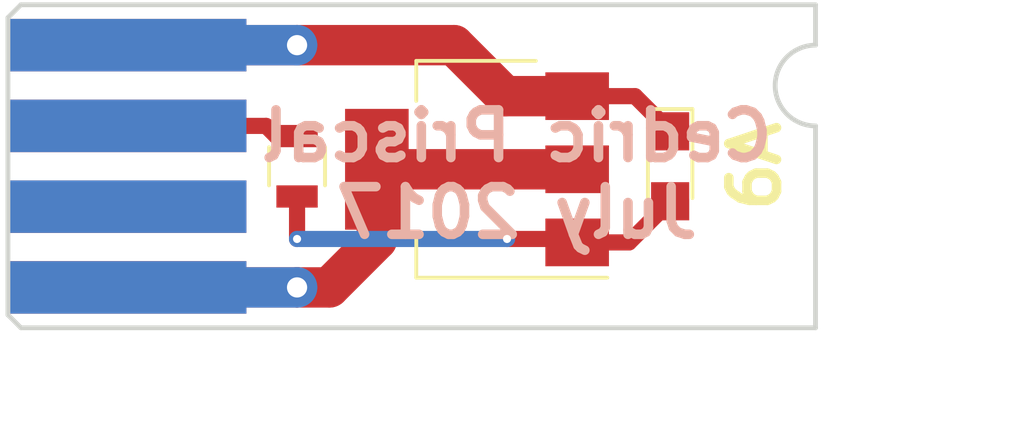
<source format=kicad_pcb>
(kicad_pcb (version 4) (host pcbnew 4.0.6-e0-6349~53~ubuntu16.04.1)

  (general
    (links 9)
    (no_connects 0)
    (area 126.924999 93.904999 152.475001 104.215001)
    (thickness 1.6)
    (drawings 12)
    (tracks 26)
    (zones 0)
    (modules 4)
    (nets 8)
  )

  (page A4)
  (layers
    (0 F.Cu signal)
    (31 B.Cu signal)
    (32 B.Adhes user)
    (33 F.Adhes user)
    (34 B.Paste user)
    (35 F.Paste user)
    (36 B.SilkS user)
    (37 F.SilkS user)
    (38 B.Mask user)
    (39 F.Mask user)
    (40 Dwgs.User user)
    (41 Cmts.User user)
    (42 Eco1.User user)
    (43 Eco2.User user)
    (44 Edge.Cuts user)
    (45 Margin user)
    (46 B.CrtYd user)
    (47 F.CrtYd user)
    (48 B.Fab user)
    (49 F.Fab user hide)
  )

  (setup
    (last_trace_width 0.508)
    (trace_clearance 0.254)
    (zone_clearance 0.508)
    (zone_45_only no)
    (trace_min 0.1524)
    (segment_width 0.2)
    (edge_width 0.15)
    (via_size 0.508)
    (via_drill 0.254)
    (via_min_size 0.508)
    (via_min_drill 0.254)
    (uvia_size 0.3)
    (uvia_drill 0.1)
    (uvias_allowed no)
    (uvia_min_size 0)
    (uvia_min_drill 0)
    (pcb_text_width 0.3)
    (pcb_text_size 1.5 1.5)
    (mod_edge_width 0.15)
    (mod_text_size 1 1)
    (mod_text_width 0.15)
    (pad_size 1.524 1.524)
    (pad_drill 0.762)
    (pad_to_mask_clearance 0.2)
    (aux_axis_origin 0 0)
    (visible_elements FFFFFF7F)
    (pcbplotparams
      (layerselection 0x00030_80000001)
      (usegerberextensions false)
      (excludeedgelayer true)
      (linewidth 0.100000)
      (plotframeref false)
      (viasonmask false)
      (mode 1)
      (useauxorigin false)
      (hpglpennumber 1)
      (hpglpenspeed 20)
      (hpglpendiameter 15)
      (hpglpenoverlay 2)
      (psnegative false)
      (psa4output false)
      (plotreference true)
      (plotvalue true)
      (plotinvisibletext false)
      (padsonsilk false)
      (subtractmaskfromsilk false)
      (outputformat 1)
      (mirror false)
      (drillshape 1)
      (scaleselection 1)
      (outputdirectory ""))
  )

  (net 0 "")
  (net 1 "Net-(D1-Pad2)")
  (net 2 GND)
  (net 3 "Net-(J1-Pad3)")
  (net 4 "Net-(J1-Pad4)")
  (net 5 "Net-(J1-Pad5)")
  (net 6 "Net-(J1-Pad6)")
  (net 7 "Net-(J1-Pad7)")

  (net_class Default "This is the default net class."
    (clearance 0.254)
    (trace_width 0.508)
    (via_dia 0.508)
    (via_drill 0.254)
    (uvia_dia 0.3)
    (uvia_drill 0.1)
    (add_net GND)
    (add_net "Net-(D1-Pad2)")
    (add_net "Net-(J1-Pad3)")
    (add_net "Net-(J1-Pad4)")
    (add_net "Net-(J1-Pad5)")
    (add_net "Net-(J1-Pad6)")
    (add_net "Net-(J1-Pad7)")
  )

  (module Resistors_SMD:R_0805 (layer F.Cu) (tedit 595AEA5C) (tstamp 595ADE97)
    (at 136.0932 99.06 90)
    (descr "Resistor SMD 0805, reflow soldering, Vishay (see dcrcw.pdf)")
    (tags "resistor 0805")
    (path /595AE1EE)
    (attr smd)
    (fp_text reference R1 (at 0 -1.65 90) (layer F.SilkS) hide
      (effects (font (size 1 1) (thickness 0.15)))
    )
    (fp_text value 150 (at 0 1.75 90) (layer F.Fab)
      (effects (font (size 1 1) (thickness 0.15)))
    )
    (fp_text user %R (at 0 0 90) (layer F.Fab)
      (effects (font (size 0.5 0.5) (thickness 0.075)))
    )
    (fp_line (start -1 0.62) (end -1 -0.62) (layer F.Fab) (width 0.1))
    (fp_line (start 1 0.62) (end -1 0.62) (layer F.Fab) (width 0.1))
    (fp_line (start 1 -0.62) (end 1 0.62) (layer F.Fab) (width 0.1))
    (fp_line (start -1 -0.62) (end 1 -0.62) (layer F.Fab) (width 0.1))
    (fp_line (start 0.6 0.88) (end -0.6 0.88) (layer F.SilkS) (width 0.12))
    (fp_line (start -0.6 -0.88) (end 0.6 -0.88) (layer F.SilkS) (width 0.12))
    (fp_line (start -1.55 -0.9) (end 1.55 -0.9) (layer F.CrtYd) (width 0.05))
    (fp_line (start -1.55 -0.9) (end -1.55 0.9) (layer F.CrtYd) (width 0.05))
    (fp_line (start 1.55 0.9) (end 1.55 -0.9) (layer F.CrtYd) (width 0.05))
    (fp_line (start 1.55 0.9) (end -1.55 0.9) (layer F.CrtYd) (width 0.05))
    (pad 1 smd rect (at -0.95 0 90) (size 0.7 1.3) (layers F.Cu F.Paste F.Mask)
      (net 1 "Net-(D1-Pad2)"))
    (pad 2 smd rect (at 0.95 0 90) (size 0.7 1.3) (layers F.Cu F.Paste F.Mask)
      (net 3 "Net-(J1-Pad3)"))
    (model ${KISYS3DMOD}/Resistors_SMD.3dshapes/R_0805.wrl
      (at (xyz 0 0 0))
      (scale (xyz 1 1 1))
      (rotate (xyz 0 0 0))
    )
  )

  (module TO_SOT_Packages_SMD:SOT-223 (layer F.Cu) (tedit 595AEA59) (tstamp 595ADE91)
    (at 141.752898 99.154448 180)
    (descr "module CMS SOT223 4 pins")
    (tags "CMS SOT")
    (path /595AE1D6)
    (attr smd)
    (fp_text reference Q1 (at 0 -4.5 180) (layer F.SilkS) hide
      (effects (font (size 1 1) (thickness 0.15)))
    )
    (fp_text value Q_NMOS_GDSD (at 0 4.5 180) (layer F.Fab)
      (effects (font (size 1 1) (thickness 0.15)))
    )
    (fp_text user %R (at 0 0 180) (layer F.Fab)
      (effects (font (size 0.8 0.8) (thickness 0.12)))
    )
    (fp_line (start -1.85 -2.3) (end -0.8 -3.35) (layer F.Fab) (width 0.1))
    (fp_line (start 1.91 3.41) (end 1.91 2.15) (layer F.SilkS) (width 0.12))
    (fp_line (start 1.91 -3.41) (end 1.91 -2.15) (layer F.SilkS) (width 0.12))
    (fp_line (start 4.4 -3.6) (end -4.4 -3.6) (layer F.CrtYd) (width 0.05))
    (fp_line (start 4.4 3.6) (end 4.4 -3.6) (layer F.CrtYd) (width 0.05))
    (fp_line (start -4.4 3.6) (end 4.4 3.6) (layer F.CrtYd) (width 0.05))
    (fp_line (start -4.4 -3.6) (end -4.4 3.6) (layer F.CrtYd) (width 0.05))
    (fp_line (start -1.85 -2.3) (end -1.85 3.35) (layer F.Fab) (width 0.1))
    (fp_line (start -1.85 3.41) (end 1.91 3.41) (layer F.SilkS) (width 0.12))
    (fp_line (start -0.8 -3.35) (end 1.85 -3.35) (layer F.Fab) (width 0.1))
    (fp_line (start -4.1 -3.41) (end 1.91 -3.41) (layer F.SilkS) (width 0.12))
    (fp_line (start -1.85 3.35) (end 1.85 3.35) (layer F.Fab) (width 0.1))
    (fp_line (start 1.85 -3.35) (end 1.85 3.35) (layer F.Fab) (width 0.1))
    (pad 4 smd rect (at 3.15 0 180) (size 2 3.8) (layers F.Cu F.Paste F.Mask)
      (net 7 "Net-(J1-Pad7)"))
    (pad 2 smd rect (at -3.15 0 180) (size 2 1.5) (layers F.Cu F.Paste F.Mask)
      (net 7 "Net-(J1-Pad7)"))
    (pad 3 smd rect (at -3.15 2.3 180) (size 2 1.5) (layers F.Cu F.Paste F.Mask)
      (net 2 GND))
    (pad 1 smd rect (at -3.15 -2.3 180) (size 2 1.5) (layers F.Cu F.Paste F.Mask)
      (net 1 "Net-(D1-Pad2)"))
    (model ${KISYS3DMOD}/TO_SOT_Packages_SMD.3dshapes/SOT-223.wrl
      (at (xyz 0 0 0))
      (scale (xyz 1 1 1))
      (rotate (xyz 0 0 0))
    )
  )

  (module edge-pcb:edge-pcb (layer F.Cu) (tedit 595AEA34) (tstamp 595ADE89)
    (at 127 99.06 270)
    (path /595AE28D)
    (fp_text reference J1 (at 0 1.27 270) (layer F.SilkS) hide
      (effects (font (size 1 1) (thickness 0.15)))
    )
    (fp_text value edge-pcb (at 0 2.54 270) (layer F.Fab) hide
      (effects (font (size 1 1) (thickness 0.15)))
    )
    (fp_line (start 5.08 -25.4) (end -1.27 -25.4) (layer F.Fab) (width 0.05))
    (fp_arc (start -2.54 -25.4) (end -1.27 -25.4) (angle 180) (layer F.Fab) (width 0.05))
    (fp_line (start -5.08 -25.4) (end -3.81 -25.4) (layer F.Fab) (width 0.05))
    (fp_line (start 4.6736 0) (end -4.6736 0) (layer F.Fab) (width 0.05))
    (fp_line (start 5.08 -25.4) (end 5.08 -0.4064) (layer F.Fab) (width 0.05))
    (fp_line (start 4.6736 0) (end 5.08 -0.4064) (layer F.Fab) (width 0.05))
    (fp_line (start -4.6736 0) (end -5.08 -0.4064) (layer F.Fab) (width 0.05))
    (fp_line (start -5.08 -25.4) (end -5.08 -0.4064) (layer F.Fab) (width 0.05))
    (pad 1 smd rect (at -3.81 -3.75 270) (size 1.65 7.5) (layers F.Cu F.Paste F.Mask)
      (net 2 GND))
    (pad 2 smd rect (at -3.81 -3.75 270) (size 1.65 7.5) (layers B.Cu B.Paste B.Mask)
      (net 2 GND))
    (pad 3 smd rect (at -1.27 -3.75 270) (size 1.65 7.5) (layers F.Cu F.Paste F.Mask)
      (net 3 "Net-(J1-Pad3)"))
    (pad 4 smd rect (at -1.27 -3.75 270) (size 1.65 7.5) (layers B.Cu B.Paste B.Mask)
      (net 4 "Net-(J1-Pad4)"))
    (pad 5 smd rect (at 1.27 -3.75 270) (size 1.65 7.5) (layers F.Cu F.Paste F.Mask)
      (net 5 "Net-(J1-Pad5)"))
    (pad 6 smd rect (at 1.27 -3.75 270) (size 1.65 7.5) (layers B.Cu B.Paste B.Mask)
      (net 6 "Net-(J1-Pad6)"))
    (pad 7 smd rect (at 3.81 -3.75 270) (size 1.65 7.5) (layers F.Cu F.Paste F.Mask)
      (net 7 "Net-(J1-Pad7)"))
    (pad 8 smd rect (at 3.81 -3.75 270) (size 1.65 7.5) (layers B.Cu B.Paste B.Mask)
      (net 7 "Net-(J1-Pad7)"))
  )

  (module LEDs:LED_0805 (layer F.Cu) (tedit 595AEA57) (tstamp 595ADE7D)
    (at 147.828 99.06 270)
    (descr "LED 0805 smd package")
    (tags "LED led 0805 SMD smd SMT smt smdled SMDLED smtled SMTLED")
    (path /595AE1E5)
    (attr smd)
    (fp_text reference D1 (at 0 -1.45 270) (layer F.SilkS) hide
      (effects (font (size 1 1) (thickness 0.15)))
    )
    (fp_text value LITEON-LTST-C170KGKT (at 0 1.55 270) (layer F.Fab)
      (effects (font (size 1 1) (thickness 0.15)))
    )
    (fp_line (start -1.8 -0.7) (end -1.8 0.7) (layer F.SilkS) (width 0.12))
    (fp_line (start -0.4 -0.4) (end -0.4 0.4) (layer F.Fab) (width 0.1))
    (fp_line (start -0.4 0) (end 0.2 -0.4) (layer F.Fab) (width 0.1))
    (fp_line (start 0.2 0.4) (end -0.4 0) (layer F.Fab) (width 0.1))
    (fp_line (start 0.2 -0.4) (end 0.2 0.4) (layer F.Fab) (width 0.1))
    (fp_line (start 1 0.6) (end -1 0.6) (layer F.Fab) (width 0.1))
    (fp_line (start 1 -0.6) (end 1 0.6) (layer F.Fab) (width 0.1))
    (fp_line (start -1 -0.6) (end 1 -0.6) (layer F.Fab) (width 0.1))
    (fp_line (start -1 0.6) (end -1 -0.6) (layer F.Fab) (width 0.1))
    (fp_line (start -1.8 0.7) (end 1 0.7) (layer F.SilkS) (width 0.12))
    (fp_line (start -1.8 -0.7) (end 1 -0.7) (layer F.SilkS) (width 0.12))
    (fp_line (start 1.95 -0.85) (end 1.95 0.85) (layer F.CrtYd) (width 0.05))
    (fp_line (start 1.95 0.85) (end -1.95 0.85) (layer F.CrtYd) (width 0.05))
    (fp_line (start -1.95 0.85) (end -1.95 -0.85) (layer F.CrtYd) (width 0.05))
    (fp_line (start -1.95 -0.85) (end 1.95 -0.85) (layer F.CrtYd) (width 0.05))
    (pad 2 smd rect (at 1.1 0 90) (size 1.2 1.2) (layers F.Cu F.Paste F.Mask)
      (net 1 "Net-(D1-Pad2)"))
    (pad 1 smd rect (at -1.1 0 90) (size 1.2 1.2) (layers F.Cu F.Paste F.Mask)
      (net 2 GND))
    (model LEDs.3dshapes/LED_0805.wrl
      (at (xyz 0 0 0))
      (scale (xyz 1 1 1))
      (rotate (xyz 0 0 180))
    )
  )

  (gr_text "Cedric Priscal\nJuly 2017" (at 143.002 99.314) (layer B.SilkS)
    (effects (font (size 1.5 1.5) (thickness 0.3)) (justify mirror))
  )
  (gr_line (start 152.4 95.25) (end 152.4 93.98) (layer Edge.Cuts) (width 0.15))
  (gr_arc (start 152.4 96.52) (end 152.4 97.79) (angle 180) (layer Edge.Cuts) (width 0.15))
  (gr_text 6A (at 150.495 99.06 90) (layer F.SilkS)
    (effects (font (size 1.5 1.5) (thickness 0.3)))
  )
  (dimension 10.16 (width 0.3) (layer Dwgs.User)
    (gr_text "0.4000 in" (at 156.29 99.06 270) (layer Dwgs.User) (tstamp 595AE618)
      (effects (font (size 1.5 1.5) (thickness 0.3)))
    )
    (feature1 (pts (xy 152.4 104.14) (xy 157.64 104.14)))
    (feature2 (pts (xy 152.4 93.98) (xy 157.64 93.98)))
    (crossbar (pts (xy 154.94 93.98) (xy 154.94 104.14)))
    (arrow1a (pts (xy 154.94 104.14) (xy 154.353579 103.013496)))
    (arrow1b (pts (xy 154.94 104.14) (xy 155.526421 103.013496)))
    (arrow2a (pts (xy 154.94 93.98) (xy 154.353579 95.106504)))
    (arrow2b (pts (xy 154.94 93.98) (xy 155.526421 95.106504)))
  )
  (dimension 25.4 (width 0.3) (layer Dwgs.User)
    (gr_text "1.0000 in" (at 139.7 108.03) (layer Dwgs.User) (tstamp 595AE61A)
      (effects (font (size 1.5 1.5) (thickness 0.3)))
    )
    (feature1 (pts (xy 152.4 104.14) (xy 152.4 109.38)))
    (feature2 (pts (xy 127 104.14) (xy 127 109.38)))
    (crossbar (pts (xy 127 106.68) (xy 152.4 106.68)))
    (arrow1a (pts (xy 152.4 106.68) (xy 151.273496 107.266421)))
    (arrow1b (pts (xy 152.4 106.68) (xy 151.273496 106.093579)))
    (arrow2a (pts (xy 127 106.68) (xy 128.126504 107.266421)))
    (arrow2b (pts (xy 127 106.68) (xy 128.126504 106.093579)))
  )
  (gr_line (start 152.4 93.98) (end 127.4064 93.98) (layer Edge.Cuts) (width 0.15))
  (gr_line (start 152.4 104.14) (end 152.4 97.79) (layer Edge.Cuts) (width 0.15))
  (gr_line (start 127.4064 104.14) (end 152.4 104.14) (layer Edge.Cuts) (width 0.15))
  (gr_line (start 127 103.7336) (end 127.4064 104.14) (layer Edge.Cuts) (width 0.15))
  (gr_line (start 127 94.3864) (end 127 103.7336) (layer Edge.Cuts) (width 0.15))
  (gr_line (start 127.4064 93.98) (end 127 94.3864) (layer Edge.Cuts) (width 0.15))

  (segment (start 142.6972 101.346) (end 144.79445 101.346) (width 0.508) (layer F.Cu) (net 1))
  (segment (start 144.79445 101.346) (end 144.902898 101.454448) (width 0.508) (layer F.Cu) (net 1))
  (segment (start 136.0932 101.346) (end 142.6972 101.346) (width 0.508) (layer B.Cu) (net 1))
  (via (at 142.6972 101.346) (size 0.508) (drill 0.254) (layers F.Cu B.Cu) (net 1))
  (segment (start 136.0932 100.01) (end 136.0932 101.346) (width 0.508) (layer F.Cu) (net 1))
  (via (at 136.0932 101.346) (size 0.508) (drill 0.254) (layers F.Cu B.Cu) (net 1))
  (segment (start 144.902898 101.454448) (end 146.533552 101.454448) (width 0.508) (layer F.Cu) (net 1))
  (segment (start 146.533552 101.454448) (end 147.828 100.16) (width 0.508) (layer F.Cu) (net 1))
  (segment (start 132.0292 95.25) (end 136.0932 95.25) (width 1.27) (layer F.Cu) (net 2))
  (segment (start 136.0932 95.25) (end 141.02845 95.25) (width 1.27) (layer F.Cu) (net 2))
  (segment (start 130.8608 95.25) (end 136.0932 95.25) (width 1.27) (layer B.Cu) (net 2))
  (via (at 136.0932 95.25) (size 1.27) (drill 0.635) (layers F.Cu B.Cu) (net 2))
  (segment (start 141.02845 95.25) (end 142.632898 96.854448) (width 1.27) (layer F.Cu) (net 2))
  (segment (start 142.632898 96.854448) (end 144.902898 96.854448) (width 1.27) (layer F.Cu) (net 2))
  (segment (start 144.902898 96.854448) (end 146.722448 96.854448) (width 0.508) (layer F.Cu) (net 2))
  (segment (start 146.722448 96.854448) (end 147.828 97.96) (width 0.508) (layer F.Cu) (net 2))
  (segment (start 130.8608 97.79) (end 135.1188 97.79) (width 0.508) (layer F.Cu) (net 3))
  (segment (start 135.1188 97.79) (end 135.4388 98.11) (width 0.508) (layer F.Cu) (net 3))
  (segment (start 135.4388 98.11) (end 136.0932 98.11) (width 0.508) (layer F.Cu) (net 3))
  (segment (start 130.8608 102.87) (end 136.0932 102.87) (width 1.27) (layer F.Cu) (net 7))
  (segment (start 136.0932 102.87) (end 137.1092 102.87) (width 1.27) (layer F.Cu) (net 7))
  (via (at 136.0932 102.87) (size 1.27) (drill 0.635) (layers F.Cu B.Cu) (net 7))
  (segment (start 130.8608 102.87) (end 136.0932 102.87) (width 1.27) (layer B.Cu) (net 7))
  (segment (start 137.1092 102.87) (end 138.602898 101.376302) (width 1.27) (layer F.Cu) (net 7))
  (segment (start 138.602898 101.376302) (end 138.602898 99.154448) (width 1.27) (layer F.Cu) (net 7))
  (segment (start 138.602898 99.154448) (end 144.902898 99.154448) (width 1.27) (layer F.Cu) (net 7))

)

</source>
